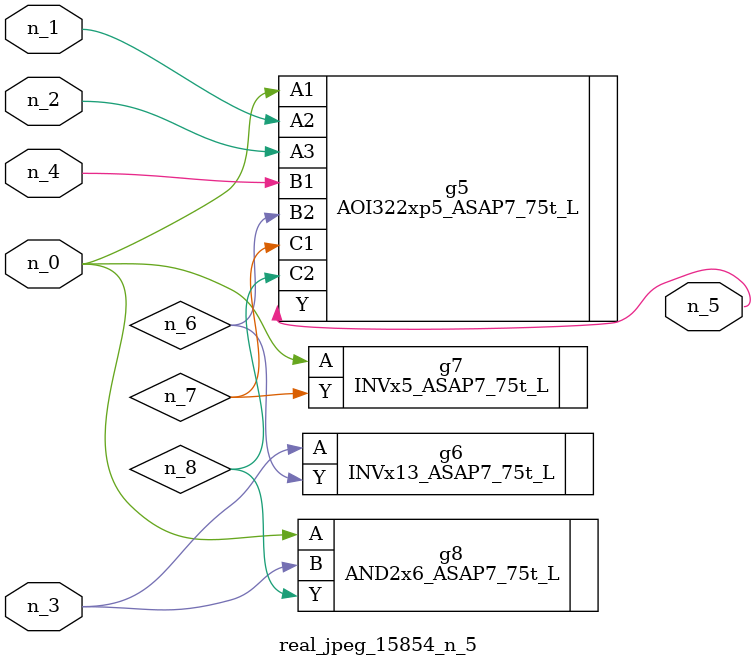
<source format=v>
module real_jpeg_15854_n_5 (n_4, n_0, n_1, n_2, n_3, n_5);

input n_4;
input n_0;
input n_1;
input n_2;
input n_3;

output n_5;

wire n_8;
wire n_6;
wire n_7;

AOI322xp5_ASAP7_75t_L g5 ( 
.A1(n_0),
.A2(n_1),
.A3(n_2),
.B1(n_4),
.B2(n_6),
.C1(n_7),
.C2(n_8),
.Y(n_5)
);

INVx5_ASAP7_75t_L g7 ( 
.A(n_0),
.Y(n_7)
);

AND2x6_ASAP7_75t_L g8 ( 
.A(n_0),
.B(n_3),
.Y(n_8)
);

INVx13_ASAP7_75t_L g6 ( 
.A(n_3),
.Y(n_6)
);


endmodule
</source>
